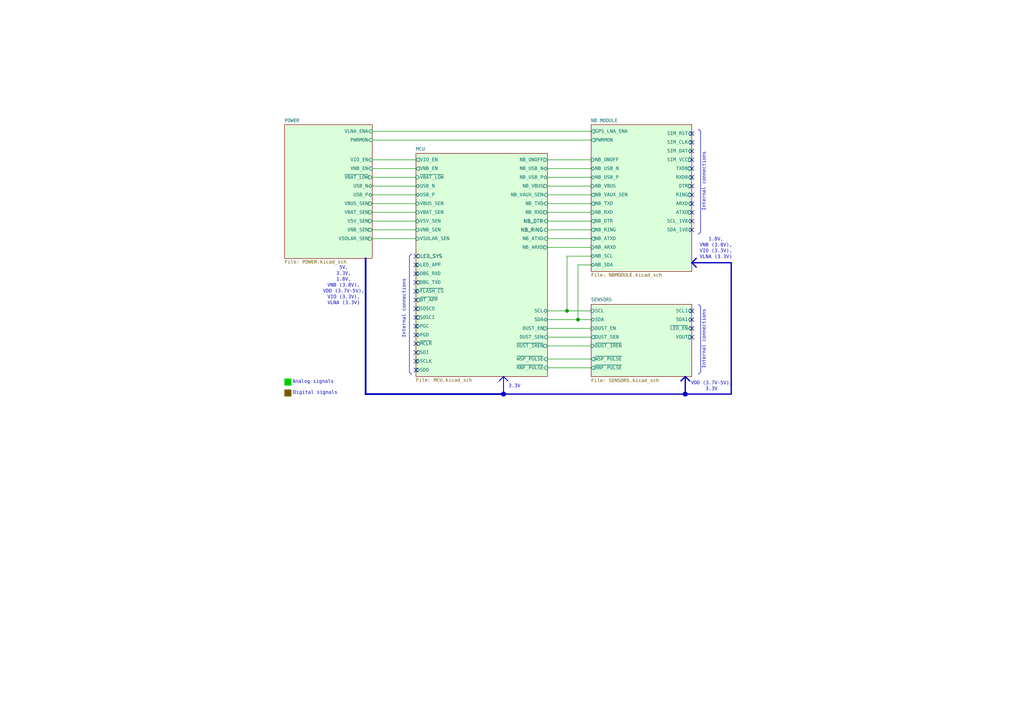
<source format=kicad_sch>
(kicad_sch
	(version 20231120)
	(generator "eeschema")
	(generator_version "8.0")
	(uuid "1dbde4b3-a3f3-4db1-8613-41244da68cdc")
	(paper "A4")
	(title_block
		(title "THIẾT KẾ TRẠM GIÁM SÁT THỜI TIẾT SỬ DỤNG CÔNG NGHỆ NB-IOT")
		(date "2024-06-22")
		(rev "0.1")
		(company "TRƯỜNG ĐH KHOA HỌC TỰ NHIÊN - ĐẠI HỌC QUỐC GIA TP. HCM")
		(comment 1 "MSSV: 20200346")
		(comment 2 "SV: LÊ HƯNG THỊNH")
		(comment 3 "KHOA ĐIỆN TỬ")
	)
	(lib_symbols)
	(junction
		(at 167.64 92.71)
		(diameter 0)
		(color 0 0 0 0)
		(uuid "33387174-c4ed-42ee-8db2-6f56e18365f5")
	)
	(junction
		(at 164.465 90.17)
		(diameter 0)
		(color 0 0 0 0)
		(uuid "519d31eb-784b-4896-b75a-08e477cdf827")
	)
	(no_connect
		(at 120.65 81.915)
		(uuid "062fcfb9-79e8-4d88-9fa5-ad45c308c474")
	)
	(no_connect
		(at 200.66 90.17)
		(uuid "088f9468-739b-4da6-be18-6ceed1c6cc84")
	)
	(no_connect
		(at 120.65 76.835)
		(uuid "0a6b88eb-d82f-4129-867a-df45513936f0")
	)
	(no_connect
		(at 200.66 46.355)
		(uuid "12bac157-51c0-410f-b9b4-8ac5e70169e1")
	)
	(no_connect
		(at 120.65 97.155)
		(uuid "25c658a9-c90d-433f-8989-f4ab9d1fc615")
	)
	(no_connect
		(at 120.65 92.075)
		(uuid "2dca9ceb-44d8-46ee-8a7a-752094284f1f")
	)
	(no_connect
		(at 200.66 97.79)
		(uuid "324d5992-7989-4c15-979f-a851557ba1fb")
	)
	(no_connect
		(at 200.66 43.815)
		(uuid "3623783e-ebee-4f5d-b195-a37206e6302c")
	)
	(no_connect
		(at 120.65 74.295)
		(uuid "3b44ee0b-c3b5-458e-8c2e-51db5d3dd056")
	)
	(no_connect
		(at 120.65 104.775)
		(uuid "4234f4d5-e14a-4a20-b220-462df682a6c0")
	)
	(no_connect
		(at 200.66 61.595)
		(uuid "432eb312-db56-4d05-a215-88cd11f104b7")
	)
	(no_connect
		(at 200.66 66.675)
		(uuid "62550e32-7dc5-45e0-b97e-ab7e4417f20d")
	)
	(no_connect
		(at 200.66 92.71)
		(uuid "738d8481-1d38-49ba-a162-b69251e4091b")
	)
	(no_connect
		(at 200.66 48.895)
		(uuid "807b5427-db8e-4519-8a15-5c527ca5ee16")
	)
	(no_connect
		(at 120.65 84.455)
		(uuid "83287263-6e59-4d02-87a7-ae095124a6bd")
	)
	(no_connect
		(at 120.65 79.375)
		(uuid "92f553ce-be89-412e-a2ac-8bf812d67043")
	)
	(no_connect
		(at 200.66 95.25)
		(uuid "9326120a-41e4-4542-b0a7-16719e3b61fe")
	)
	(no_connect
		(at 200.66 56.515)
		(uuid "a1d86fec-7fe7-406a-9cee-c3ffd0391a17")
	)
	(no_connect
		(at 200.66 51.435)
		(uuid "a41afdea-430a-4a3a-b923-5412cc6aaa98")
	)
	(no_connect
		(at 120.65 107.315)
		(uuid "b0aa83ac-e43d-4fed-b643-52e77014811d")
	)
	(no_connect
		(at 200.66 64.135)
		(uuid "c2badf2b-de65-4e9a-8f67-0d85f2b86821")
	)
	(no_connect
		(at 120.65 102.235)
		(uuid "c8fa7e9b-abb7-45e2-a85a-e2d08d9bb4a7")
	)
	(no_connect
		(at 120.65 86.995)
		(uuid "d30f13ee-a77b-47e4-a716-36d76e2c3b50")
	)
	(no_connect
		(at 120.65 99.695)
		(uuid "d78d5cf0-9d89-4abd-abb8-0d61bcbe78d6")
	)
	(no_connect
		(at 200.66 59.055)
		(uuid "d8b9a70b-45ae-4b0c-94ea-d6214f32e29e")
	)
	(no_connect
		(at 200.66 41.275)
		(uuid "db58da22-575e-45b3-9e8a-11dbcccae03a")
	)
	(no_connect
		(at 200.66 53.975)
		(uuid "dd067688-3c94-40cc-8a3e-a5ff32b02ec4")
	)
	(no_connect
		(at 120.65 89.535)
		(uuid "e03d4b27-f4d6-4112-8816-4a9b11760571")
	)
	(no_connect
		(at 120.65 94.615)
		(uuid "e9ba48fc-2d12-447b-8703-385502a94bd5")
	)
	(no_connect
		(at 200.66 38.735)
		(uuid "f541774a-9443-4070-bb17-e89d7340cda2")
	)
	(wire
		(pts
			(xy 164.465 90.17) (xy 171.45 90.17)
		)
		(stroke
			(width 0)
			(type default)
		)
		(uuid "0310cc3b-b014-492c-9f0d-2a3c5dbb2cc0")
	)
	(polyline
		(pts
			(xy 203.2 88.9) (xy 203.2 107.95)
		)
		(stroke
			(width 0)
			(type default)
		)
		(uuid "07d34317-c02a-438c-b6a0-52cf8ed80b02")
	)
	(wire
		(pts
			(xy 158.75 104.14) (xy 171.45 104.14)
		)
		(stroke
			(width 0)
			(type default)
		)
		(uuid "0ad8c395-f35b-4e3c-a1d6-5f6922f0dcf9")
	)
	(wire
		(pts
			(xy 158.75 56.515) (xy 171.45 56.515)
		)
		(stroke
			(width 0)
			(type default)
		)
		(uuid "0d50b26a-8119-468c-8197-6fec06373f85")
	)
	(wire
		(pts
			(xy 107.95 53.975) (xy 120.65 53.975)
		)
		(stroke
			(width 0)
			(type default)
		)
		(uuid "103e3543-8cae-45e5-87ba-40fd093145c5")
	)
	(wire
		(pts
			(xy 158.75 97.79) (xy 171.45 97.79)
		)
		(stroke
			(width 0)
			(type default)
		)
		(uuid "19811424-066f-485e-bca1-b658b6f38476")
	)
	(polyline
		(pts
			(xy 146.05 109.22) (xy 147.32 110.49)
		)
		(stroke
			(width 0.254)
			(type default)
		)
		(uuid "2037e504-d315-4aa5-8600-8b898bf2b60a")
	)
	(wire
		(pts
			(xy 158.75 90.17) (xy 164.465 90.17)
		)
		(stroke
			(width 0)
			(type default)
		)
		(uuid "20cdfeef-f725-4187-938b-73ae8872d18a")
	)
	(wire
		(pts
			(xy 107.95 40.64) (xy 171.45 40.64)
		)
		(stroke
			(width 0)
			(type default)
		)
		(uuid "220d211b-8a57-485c-be3d-5dfd84fe50f9")
	)
	(wire
		(pts
			(xy 107.95 46.355) (xy 120.65 46.355)
		)
		(stroke
			(width 0)
			(type default)
		)
		(uuid "266f811f-6ec6-419e-a86b-94cc81163988")
	)
	(wire
		(pts
			(xy 107.95 59.055) (xy 120.65 59.055)
		)
		(stroke
			(width 0)
			(type default)
		)
		(uuid "2ab48e59-c94a-4458-a93e-9bfe1f7f0684")
	)
	(wire
		(pts
			(xy 167.64 76.835) (xy 167.64 92.71)
		)
		(stroke
			(width 0)
			(type default)
		)
		(uuid "2d98af45-0555-4e78-8be5-d46b39d58adf")
	)
	(wire
		(pts
			(xy 158.75 51.435) (xy 171.45 51.435)
		)
		(stroke
			(width 0)
			(type default)
		)
		(uuid "2dcaddab-3eff-4597-b741-1838633f43cb")
	)
	(polyline
		(pts
			(xy 119.38 73.66) (xy 118.745 74.295)
		)
		(stroke
			(width 0)
			(type default)
		)
		(uuid "3207dd72-9b66-4aab-a18b-cb242312087d")
	)
	(wire
		(pts
			(xy 164.465 74.295) (xy 164.465 90.17)
		)
		(stroke
			(width 0)
			(type default)
		)
		(uuid "36570903-f765-4759-b571-e591d38eebd4")
	)
	(wire
		(pts
			(xy 158.75 46.355) (xy 171.45 46.355)
		)
		(stroke
			(width 0)
			(type default)
		)
		(uuid "372ecbe0-53d5-4cca-9137-82f23de85e84")
	)
	(polyline
		(pts
			(xy 202.565 67.945) (xy 203.2 67.31)
		)
		(stroke
			(width 0)
			(type default)
		)
		(uuid "3c466834-49ea-48ed-a8a9-7691ca0e12f6")
	)
	(polyline
		(pts
			(xy 202.565 37.465) (xy 203.2 38.1)
		)
		(stroke
			(width 0)
			(type default)
		)
		(uuid "3dfe2a9d-d683-41be-8eb5-00d6140d0064")
	)
	(polyline
		(pts
			(xy 202.565 108.585) (xy 203.2 107.95)
		)
		(stroke
			(width 0)
			(type default)
		)
		(uuid "403f7d7c-bd92-4219-a5ed-2cc428bb8a32")
	)
	(wire
		(pts
			(xy 158.75 61.595) (xy 171.45 61.595)
		)
		(stroke
			(width 0)
			(type default)
		)
		(uuid "46954ff4-ce4f-4ac3-bdea-d1ec687ab2a0")
	)
	(wire
		(pts
			(xy 171.45 74.295) (xy 164.465 74.295)
		)
		(stroke
			(width 0)
			(type default)
		)
		(uuid "504df737-9b4f-467f-b8bf-649742a1013c")
	)
	(wire
		(pts
			(xy 158.75 66.675) (xy 171.45 66.675)
		)
		(stroke
			(width 0)
			(type default)
		)
		(uuid "5e8a4ee1-edbe-47ea-80cd-2c2fde968fb8")
	)
	(wire
		(pts
			(xy 107.95 66.675) (xy 120.65 66.675)
		)
		(stroke
			(width 0)
			(type default)
		)
		(uuid "662705f4-da07-4c47-95a7-e6af41999834")
	)
	(wire
		(pts
			(xy 107.95 51.435) (xy 120.65 51.435)
		)
		(stroke
			(width 0)
			(type default)
		)
		(uuid "6f62ef75-f204-4195-b277-24e5b4817dbb")
	)
	(polyline
		(pts
			(xy 146.05 109.22) (xy 146.05 114.3)
		)
		(stroke
			(width 0.254)
			(type default)
		)
		(uuid "73a5b0ac-834d-47a9-a4f8-0f71485ce782")
	)
	(polyline
		(pts
			(xy 212.09 114.3) (xy 212.09 76.2)
		)
		(stroke
			(width 0.381)
			(type default)
		)
		(uuid "75f0721b-0852-4b3a-b4d6-c97a0f12a05e")
	)
	(wire
		(pts
			(xy 107.95 64.135) (xy 120.65 64.135)
		)
		(stroke
			(width 0)
			(type default)
		)
		(uuid "7d762dc7-43a0-45cb-bc90-ee32adb83835")
	)
	(polyline
		(pts
			(xy 106.045 74.93) (xy 106.045 114.3)
		)
		(stroke
			(width 0.508)
			(type default)
		)
		(uuid "7fc4abb5-2665-4636-b7b2-988a0c9e12a0")
	)
	(wire
		(pts
			(xy 158.75 64.135) (xy 171.45 64.135)
		)
		(stroke
			(width 0)
			(type default)
		)
		(uuid "818cd543-ee15-4185-9a1b-a93323b50a8d")
	)
	(wire
		(pts
			(xy 158.75 69.215) (xy 171.45 69.215)
		)
		(stroke
			(width 0)
			(type default)
		)
		(uuid "8a6c7fb6-bfda-4879-b32b-f03b616951fb")
	)
	(wire
		(pts
			(xy 158.75 53.975) (xy 171.45 53.975)
		)
		(stroke
			(width 0)
			(type default)
		)
		(uuid "8c8b13db-d81a-4059-b9df-abdd3adb9de1")
	)
	(polyline
		(pts
			(xy 200.025 110.49) (xy 198.755 109.22)
		)
		(stroke
			(width 0.381)
			(type default)
		)
		(uuid "91134c0a-50de-4c48-9c4c-383884d60b05")
	)
	(polyline
		(pts
			(xy 118.745 74.295) (xy 118.745 107.95)
		)
		(stroke
			(width 0)
			(type default)
		)
		(uuid "93aebcaa-dad9-460b-9d8b-da56b41842b5")
	)
	(polyline
		(pts
			(xy 144.78 110.49) (xy 146.05 109.22)
		)
		(stroke
			(width 0.254)
			(type default)
		)
		(uuid "9c504019-73ea-4a8a-99b9-594516f2c168")
	)
	(wire
		(pts
			(xy 107.95 61.595) (xy 120.65 61.595)
		)
		(stroke
			(width 0)
			(type default)
		)
		(uuid "9fdf79c6-bdb3-4dc8-be7b-b67cebd571fd")
	)
	(wire
		(pts
			(xy 107.95 69.215) (xy 120.65 69.215)
		)
		(stroke
			(width 0)
			(type default)
		)
		(uuid "a84903b8-85ef-4546-bb63-a77768c68d61")
	)
	(polyline
		(pts
			(xy 198.755 109.22) (xy 198.755 114.3)
		)
		(stroke
			(width 0.381)
			(type default)
		)
		(uuid "a85eb380-15c5-4e30-ba7c-4d264b874ab3")
	)
	(wire
		(pts
			(xy 171.45 76.835) (xy 167.64 76.835)
		)
		(stroke
			(width 0)
			(type default)
		)
		(uuid "a97ce6b1-ec25-41cc-8517-9ad7e21db9ec")
	)
	(wire
		(pts
			(xy 107.95 56.515) (xy 120.65 56.515)
		)
		(stroke
			(width 0)
			(type default)
		)
		(uuid "ae5b08a4-485f-45a2-a75d-c10e5088ebbd")
	)
	(wire
		(pts
			(xy 158.75 48.895) (xy 171.45 48.895)
		)
		(stroke
			(width 0)
			(type default)
		)
		(uuid "b00d1e08-c591-4579-8d1d-141a18ff35bb")
	)
	(polyline
		(pts
			(xy 202.565 88.265) (xy 203.2 88.9)
		)
		(stroke
			(width 0)
			(type default)
		)
		(uuid "b914627a-8496-4d9e-b9bf-92bfc28e635e")
	)
	(polyline
		(pts
			(xy 118.745 107.95) (xy 119.38 108.585)
		)
		(stroke
			(width 0)
			(type default)
		)
		(uuid "bb1ba5cb-f8cc-4fa7-9d51-2a6e4f4d4f72")
	)
	(polyline
		(pts
			(xy 146.05 114.3) (xy 198.755 114.3)
		)
		(stroke
			(width 0.381)
			(type default)
		)
		(uuid "bb238753-8b35-4934-88c1-1c2a99ae2617")
	)
	(wire
		(pts
			(xy 167.64 92.71) (xy 171.45 92.71)
		)
		(stroke
			(width 0)
			(type default)
		)
		(uuid "bdc1732c-fc4b-494f-b5ce-2b8d6ed4faaf")
	)
	(polyline
		(pts
			(xy 198.755 109.22) (xy 197.485 110.49)
		)
		(stroke
			(width 0.381)
			(type default)
		)
		(uuid "bfcdb646-d48b-4c7c-9cb9-6cf380208a35")
	)
	(wire
		(pts
			(xy 158.75 59.055) (xy 171.45 59.055)
		)
		(stroke
			(width 0)
			(type default)
		)
		(uuid "ce1fa086-46df-42d0-944c-8363bd2307f7")
	)
	(polyline
		(pts
			(xy 200.66 76.2) (xy 201.93 74.93)
		)
		(stroke
			(width 0.381)
			(type default)
		)
		(uuid "d23d1a68-eda3-443c-b0f6-593a24748c8a")
	)
	(wire
		(pts
			(xy 107.95 38.1) (xy 171.45 38.1)
		)
		(stroke
			(width 0)
			(type default)
		)
		(uuid "d25dfbbb-7567-4cdd-99d6-e085c4a79839")
	)
	(wire
		(pts
			(xy 158.75 100.33) (xy 171.45 100.33)
		)
		(stroke
			(width 0)
			(type default)
		)
		(uuid "d2fa4ce9-57fd-4863-81a0-201ccea3959e")
	)
	(polyline
		(pts
			(xy 106.045 114.3) (xy 146.05 114.3)
		)
		(stroke
			(width 0.508)
			(type default)
		)
		(uuid "d4b4a7b7-e016-4baa-9cff-7b1dd3fe90af")
	)
	(polyline
		(pts
			(xy 200.66 76.2) (xy 212.09 76.2)
		)
		(stroke
			(width 0.381)
			(type default)
		)
		(uuid "ddbc616f-f118-4278-9ea7-b08b16ab4d38")
	)
	(wire
		(pts
			(xy 158.75 92.71) (xy 167.64 92.71)
		)
		(stroke
			(width 0)
			(type default)
		)
		(uuid "e5b74d44-2c84-41d3-bec8-0bd6bbc727e0")
	)
	(wire
		(pts
			(xy 158.75 106.68) (xy 171.45 106.68)
		)
		(stroke
			(width 0)
			(type default)
		)
		(uuid "e737dadf-f6d7-4cbc-8b58-6ac58564e6ff")
	)
	(wire
		(pts
			(xy 158.75 95.25) (xy 171.45 95.25)
		)
		(stroke
			(width 0)
			(type default)
		)
		(uuid "e9e9f052-93cc-4ac8-b802-6b438c1cf78c")
	)
	(polyline
		(pts
			(xy 198.755 114.3) (xy 212.09 114.3)
		)
		(stroke
			(width 0.381)
			(type default)
		)
		(uuid "ea0418e7-2117-4d1d-8cf9-d66064a1c7f4")
	)
	(polyline
		(pts
			(xy 203.2 67.31) (xy 203.2 38.1)
		)
		(stroke
			(width 0)
			(type default)
		)
		(uuid "ecf356d1-5c78-4040-9019-d8bb84a381ec")
	)
	(polyline
		(pts
			(xy 200.66 76.2) (xy 201.93 77.47)
		)
		(stroke
			(width 0.381)
			(type default)
		)
		(uuid "f1ac7950-597a-4c5c-96ce-3051c26feadd")
	)
	(wire
		(pts
			(xy 158.75 71.755) (xy 171.45 71.755)
		)
		(stroke
			(width 0)
			(type default)
		)
		(uuid "f44a8184-bc90-4b3e-bb34-9cf123521ecb")
	)
	(wire
		(pts
			(xy 107.95 48.895) (xy 120.65 48.895)
		)
		(stroke
			(width 0)
			(type default)
		)
		(uuid "fcb6760f-bb14-4695-b2df-184ba813ce31")
	)
	(circle
		(center 198.755 114.3)
		(radius 0.635)
		(stroke
			(width 0)
			(type solid)
		)
		(fill
			(type color)
			(color 0 0 200 1)
		)
		(uuid 1e065a34-c375-4724-a147-ebceb91e7507)
	)
	(rectangle
		(start 82.55 109.855)
		(end 84.455 111.76)
		(stroke
			(width 0)
			(type default)
			(color 0 200 0 1)
		)
		(fill
			(type color)
			(color 0 200 0 1)
		)
		(uuid 66a0674c-47ff-4ee4-afb3-88f60104b888)
	)
	(rectangle
		(start 82.55 113.03)
		(end 84.455 114.935)
		(stroke
			(width 0)
			(type default)
			(color 114 86 0 1)
		)
		(fill
			(type color)
			(color 114 86 0 1)
		)
		(uuid e64f4ef0-bf5b-40e1-8697-7401de12a29f)
	)
	(circle
		(center 146.05 114.3)
		(radius 0.635)
		(stroke
			(width 0)
			(type solid)
		)
		(fill
			(type color)
			(color 0 0 200 1)
		)
		(uuid f8d41458-1a5d-4f97-a15d-4f97dd1e43dc)
	)
	(text "Internal connections"
		(exclude_from_sim no)
		(at 204.47 98.425 90)
		(effects
			(font
				(face "Consolas")
				(size 1.016 1.016)
			)
		)
		(uuid "09429476-db43-4c2a-910d-54373259dba9")
	)
	(text "Internal connections"
		(exclude_from_sim no)
		(at 117.475 89.535 90)
		(effects
			(font
				(face "Consolas")
				(size 1.016 1.016)
			)
		)
		(uuid "15f6fc88-5cbe-4951-8e40-7fe3430e59f4")
	)
	(text "Digital signals"
		(exclude_from_sim no)
		(at 91.44 114.3 0)
		(effects
			(font
				(face "Consolas")
				(size 1.016 1.016)
			)
		)
		(uuid "262b70b1-c608-4892-9fe6-0538b4f725db")
	)
	(text "Internal connections"
		(exclude_from_sim no)
		(at 204.47 52.705 90)
		(effects
			(font
				(face "Consolas")
				(size 1.016 1.016)
			)
		)
		(uuid "2dcdcaaa-88d1-4aea-acce-5bf8e6af49ef")
	)
	(text "3.3V\n"
		(exclude_from_sim no)
		(at 149.225 112.395 0)
		(effects
			(font
				(face "Consolas")
				(size 1.016 1.016)
			)
		)
		(uuid "3628d4bb-ef68-411f-9896-8c7aaa7d59a9")
	)
	(text "5V,\n3.3V,\n1.8V,\nVNB (3.8V),\nVDD (3.7V-5V),\nVIO (3.3V),\nVLNA (3.3V)"
		(exclude_from_sim no)
		(at 99.695 83.185 0)
		(effects
			(font
				(face "Consolas")
				(size 1.016 1.016)
			)
		)
		(uuid "71903686-e983-4d1a-802b-058fb1be1629")
	)
	(text "1.8V,\nVNB (3.8V),\nVIO (3.3V),\nVLNA (3.3V)"
		(exclude_from_sim no)
		(at 207.645 72.39 0)
		(effects
			(font
				(face "Consolas")
				(size 1.016 1.016)
			)
		)
		(uuid "ad90217f-4223-4c07-ace4-48a27b67471b")
	)
	(text "Analog signals"
		(exclude_from_sim no)
		(at 90.805 111.125 0)
		(effects
			(font
				(face "Consolas")
				(size 1.016 1.016)
			)
		)
		(uuid "af203895-f9fd-4afe-ba03-0c4133c7e811")
	)
	(text "VDD (3.7V-5V),\n3.3V"
		(exclude_from_sim no)
		(at 206.375 112.395 0)
		(effects
			(font
				(face "Consolas")
				(size 1.016 1.016)
			)
		)
		(uuid "b8e04930-5a1d-487d-bf29-64b5f69f4a20")
	)
	(sheet
		(at 82.55 36.195)
		(size 25.4 38.735)
		(fields_autoplaced yes)
		(stroke
			(width 0.1524)
			(type solid)
		)
		(fill
			(color 219 255 218 1.0000)
		)
		(uuid "37fed46e-66d2-45b8-b7c6-221d21bef91d")
		(property "Sheetname" "POWER"
			(at 82.55 35.6104 0)
			(effects
				(font
					(face "Consolas")
					(size 1.016 1.016)
				)
				(justify left bottom)
			)
		)
		(property "Sheetfile" "POWER.kicad_sch"
			(at 82.55 75.413 0)
			(effects
				(font
					(face "Consolas")
					(size 1.016 1.016)
				)
				(justify left top)
			)
		)
		(pin "~{VBAT_LOW}" output
			(at 107.95 51.435 0)
			(effects
				(font
					(face "Consolas")
					(size 1.016 1.016)
				)
				(justify right)
			)
			(uuid "facc07e8-1b62-4919-8971-6470366b8255")
		)
		(pin "VBAT_SEN" output
			(at 107.95 61.595 0)
			(effects
				(font
					(face "Consolas")
					(size 1.016 1.016)
				)
				(justify right)
			)
			(uuid "f822f7a1-31df-4196-9215-48d805ff16fe")
		)
		(pin "VNB_EN" input
			(at 107.95 48.895 0)
			(effects
				(font
					(face "Consolas")
					(size 1.016 1.016)
				)
				(justify right)
			)
			(uuid "eb645752-68b0-4f41-9050-636eca606275")
		)
		(pin "USB_N" bidirectional
			(at 107.95 53.975 0)
			(effects
				(font
					(face "Consolas")
					(size 1.016 1.016)
				)
				(justify right)
			)
			(uuid "4680a3c2-9253-4b7e-b0e7-09b60652f1e3")
		)
		(pin "USB_P" bidirectional
			(at 107.95 56.515 0)
			(effects
				(font
					(face "Consolas")
					(size 1.016 1.016)
				)
				(justify right)
			)
			(uuid "e36c0481-b3eb-405c-9d68-95c097b9bbc7")
		)
		(pin "VSOLAR_SEN" output
			(at 107.95 69.215 0)
			(effects
				(font
					(face "Consolas")
					(size 1.016 1.016)
				)
				(justify right)
			)
			(uuid "c124a64e-189c-415e-84ed-621a20dc0a6e")
		)
		(pin "VBUS_SEN" output
			(at 107.95 59.055 0)
			(effects
				(font
					(face "Consolas")
					(size 1.016 1.016)
				)
				(justify right)
			)
			(uuid "407a80f6-fbb3-486c-aa35-5b84e02507e1")
		)
		(pin "VNB_SEN" output
			(at 107.95 66.675 0)
			(effects
				(font
					(face "Consolas")
					(size 1.016 1.016)
				)
				(justify right)
			)
			(uuid "0c7b7b78-70a6-4e20-99a8-e51fb037cf7d")
		)
		(pin "V5V_SEN" output
			(at 107.95 64.135 0)
			(effects
				(font
					(face "Consolas")
					(size 1.016 1.016)
				)
				(justify right)
			)
			(uuid "fae8c849-c89c-44cb-84ca-be1ab8f8b6ff")
		)
		(pin "VIO_EN" input
			(at 107.95 46.355 0)
			(effects
				(font
					(face "Consolas")
					(size 1.016 1.016)
				)
				(justify right)
			)
			(uuid "cc616d98-f7df-4fd7-af97-b95209e3335b")
		)
		(pin "VLNA_ENA" input
			(at 107.95 38.1 0)
			(effects
				(font
					(face "Consolas")
					(size 1.016 1.016)
				)
				(justify right)
			)
			(uuid "f475effc-4c76-447e-984e-df20321b293e")
		)
		(pin "PWRMON" input
			(at 107.95 40.64 0)
			(effects
				(font
					(face "Consolas")
					(size 1.016 1.016)
				)
				(justify right)
			)
			(uuid "e13d7966-f81c-4b69-97d6-104c5b7fa78d")
		)
		(instances
			(project "WeatherStation"
				(path "/1dbde4b3-a3f3-4db1-8613-41244da68cdc"
					(page "2")
				)
			)
		)
	)
	(sheet
		(at 171.45 36.195)
		(size 29.21 42.545)
		(fields_autoplaced yes)
		(stroke
			(width 0.1524)
			(type solid)
		)
		(fill
			(color 219 255 218 1.0000)
		)
		(uuid "62d9edff-dabb-4f6f-b473-37925f91df33")
		(property "Sheetname" "NB MODULE"
			(at 171.45 35.6104 0)
			(effects
				(font
					(face "Consolas")
					(size 1.016 1.016)
				)
				(justify left bottom)
			)
		)
		(property "Sheetfile" "NBMODULE.kicad_sch"
			(at 171.45 79.223 0)
			(effects
				(font
					(face "Consolas")
					(size 1.016 1.016)
				)
				(justify left top)
			)
		)
		(pin "SIM_RST" input
			(at 200.66 38.735 0)
			(effects
				(font
					(face "Consolas")
					(size 1.016 1.016)
				)
				(justify right)
			)
			(uuid "5e3ecb16-d457-43bf-8b85-0407b69be20b")
		)
		(pin "SIM_CLK" input
			(at 200.66 41.275 0)
			(effects
				(font
					(face "Consolas")
					(size 1.016 1.016)
				)
				(justify right)
			)
			(uuid "d91d0cd6-be86-4980-9ea6-567ca58ac872")
		)
		(pin "SIM_DAT" bidirectional
			(at 200.66 43.815 0)
			(effects
				(font
					(face "Consolas")
					(size 1.016 1.016)
				)
				(justify right)
			)
			(uuid "7a322d3c-88b8-4895-aee2-e9bfabe6dca0")
		)
		(pin "SIM_VCC" output
			(at 200.66 46.355 0)
			(effects
				(font
					(face "Consolas")
					(size 1.016 1.016)
				)
				(justify right)
			)
			(uuid "d28c3c22-52a3-47c2-8c96-caad56bc1cd3")
		)
		(pin "NB_VBUS" input
			(at 171.45 53.975 180)
			(effects
				(font
					(face "Consolas")
					(size 1.016 1.016)
				)
				(justify left)
			)
			(uuid "ad0c87f2-c125-47a1-b7e6-7731371f9290")
		)
		(pin "TXD0" output
			(at 200.66 48.895 0)
			(effects
				(font
					(face "Consolas")
					(size 1.016 1.016)
				)
				(justify right)
			)
			(uuid "5b510add-4512-4795-a4f3-e5436c97607d")
		)
		(pin "RXD0" input
			(at 200.66 51.435 0)
			(effects
				(font
					(face "Consolas")
					(size 1.016 1.016)
				)
				(justify right)
			)
			(uuid "a39c59a9-e526-4104-845c-6074ff12b7df")
		)
		(pin "NB_USB_N" bidirectional
			(at 171.45 48.895 180)
			(effects
				(font
					(face "Consolas")
					(size 1.016 1.016)
				)
				(justify left)
			)
			(uuid "9051d9ec-0928-4567-ba02-335249e71933")
		)
		(pin "NB_USB_P" bidirectional
			(at 171.45 51.435 180)
			(effects
				(font
					(face "Consolas")
					(size 1.016 1.016)
				)
				(justify left)
			)
			(uuid "97888dee-4c15-410f-a78a-7efd6bf2a5e0")
		)
		(pin "GPS_LNA_ENA" output
			(at 171.45 38.1 180)
			(effects
				(font
					(face "Consolas")
					(size 1.016 1.016)
				)
				(justify left)
			)
			(uuid "ffa3c6b4-9d0f-4aa0-ae3b-f24bac4d34c9")
		)
		(pin "NB_VAUX_SEN" output
			(at 171.45 56.515 180)
			(effects
				(font
					(face "Consolas")
					(size 1.016 1.016)
				)
				(justify left)
			)
			(uuid "54b9be9b-806a-46a6-93d4-72d97e24b438")
		)
		(pin "NB_ONOFF" input
			(at 171.45 46.355 180)
			(effects
				(font
					(face "Consolas")
					(size 1.016 1.016)
				)
				(justify left)
			)
			(uuid "94d66c7d-b9f2-498c-96c8-ccecc809b66d")
		)
		(pin "ARXD" input
			(at 200.66 59.055 0)
			(effects
				(font
					(face "Consolas")
					(size 1.016 1.016)
				)
				(justify right)
			)
			(uuid "787bd8ba-4fb7-428e-b5ae-6792f4c13243")
		)
		(pin "ATXD" output
			(at 200.66 61.595 0)
			(effects
				(font
					(face "Consolas")
					(size 1.016 1.016)
				)
				(justify right)
			)
			(uuid "e211544f-4332-4e17-9ade-20697f6fcd59")
		)
		(pin "NB_TXD" output
			(at 171.45 59.055 180)
			(effects
				(font
					(face "Consolas")
					(size 1.016 1.016)
				)
				(justify left)
			)
			(uuid "31da91c2-3abf-426e-8b06-7c05747fb270")
		)
		(pin "NB_RXD" input
			(at 171.45 61.595 180)
			(effects
				(font
					(face "Consolas")
					(size 1.016 1.016)
				)
				(justify left)
			)
			(uuid "293c29aa-72dd-4835-923d-b40a56d5f7ff")
		)
		(pin "NB_ATXD" output
			(at 171.45 69.215 180)
			(effects
				(font
					(face "Consolas")
					(size 1.016 1.016)
				)
				(justify left)
			)
			(uuid "08ff1d74-8187-4fa4-9555-395770a052a9")
		)
		(pin "NB_ARXD" input
			(at 171.45 71.755 180)
			(effects
				(font
					(face "Consolas")
					(size 1.016 1.016)
				)
				(justify left)
			)
			(uuid "376c1273-7aec-40c2-9ee9-26ad1632c0e1")
		)
		(pin "SCL_1V8" bidirectional
			(at 200.66 64.135 0)
			(effects
				(font
					(face "Consolas")
					(size 1.016 1.016)
				)
				(justify right)
			)
			(uuid "a9d73e64-6933-47ab-88df-ceb649919962")
		)
		(pin "DTR" output
			(at 200.66 53.975 0)
			(effects
				(font
					(face "Consolas")
					(size 1.016 1.016)
				)
				(justify right)
			)
			(uuid "3fba2598-dee1-422f-a82c-b9530f4d5bea")
		)
		(pin "RING" output
			(at 200.66 56.515 0)
			(effects
				(font
					(face "Consolas")
					(size 1.016 1.016)
				)
				(justify right)
			)
			(uuid "2a19a4bd-3ccf-4fdb-96b2-546a0baa8115")
		)
		(pin "SDA_1V8" bidirectional
			(at 200.66 66.675 0)
			(effects
				(font
					(face "Consolas")
					(size 1.016 1.016)
				)
				(justify right)
			)
			(uuid "398d144c-0d49-4ed4-9b3f-8a9d08907c90")
		)
		(pin "PWRMON" output
			(at 171.45 40.64 180)
			(effects
				(font
					(face "Consolas")
					(size 1.016 1.016)
				)
				(justify left)
			)
			(uuid "5d9f33fd-4a1e-4bb6-baf6-c67a46670775")
		)
		(pin "NB_DTR" output
			(at 171.45 64.135 180)
			(effects
				(font
					(face "Consolas")
					(size 1.016 1.016)
				)
				(justify left)
			)
			(uuid "c1dda97e-695c-491a-afb0-1dd8a81c594f")
		)
		(pin "NB_SDA" bidirectional
			(at 171.45 76.835 180)
			(effects
				(font
					(face "Consolas")
					(size 1.016 1.016)
				)
				(justify left)
			)
			(uuid "e9ccd815-f190-4b42-9022-6181841ab2ed")
		)
		(pin "NB_SCL" bidirectional
			(at 171.45 74.295 180)
			(effects
				(font
					(face "Consolas")
					(size 1.016 1.016)
				)
				(justify left)
			)
			(uuid "cbf88aa6-6898-4e4e-b4aa-cbf3a17cf582")
		)
		(pin "NB_RING" output
			(at 171.45 66.675 180)
			(effects
				(font
					(face "Consolas")
					(size 1.016 1.016)
				)
				(justify left)
			)
			(uuid "8f5f4c73-ebd4-4e1a-a8b1-03662c9f36b7")
		)
		(instances
			(project "WeatherStation"
				(path "/1dbde4b3-a3f3-4db1-8613-41244da68cdc"
					(page "4")
				)
			)
		)
	)
	(sheet
		(at 171.45 88.265)
		(size 29.21 20.955)
		(fields_autoplaced yes)
		(stroke
			(width 0.1524)
			(type solid)
		)
		(fill
			(color 219 255 218 1.0000)
		)
		(uuid "65e81b62-30c9-4494-b232-17e5fa8f6f62")
		(property "Sheetname" "SENSORS"
			(at 171.45 87.5534 0)
			(effects
				(font
					(face "Consolas")
					(size 1.016 1.016)
				)
				(justify left bottom)
			)
		)
		(property "Sheetfile" "SENSORS.kicad_sch"
			(at 171.45 109.8046 0)
			(effects
				(font
					(face "Consolas")
					(size 1.016 1.016)
				)
				(justify left top)
			)
		)
		(pin "~{DUST_IREN}" input
			(at 171.45 100.33 180)
			(effects
				(font
					(face "Consolas")
					(size 1.016 1.016)
				)
				(justify left)
			)
			(uuid "da1a912e-312d-489f-a61c-9f821009a9bc")
		)
		(pin "DUST_SEN" output
			(at 171.45 97.79 180)
			(effects
				(font
					(face "Consolas")
					(size 1.016 1.016)
				)
				(justify left)
			)
			(uuid "5216d315-b0b9-4b77-b181-4a61d408353a")
		)
		(pin "SCL" input
			(at 171.45 90.17 180)
			(effects
				(font
					(face "Consolas")
					(size 1.016 1.016)
				)
				(justify left)
			)
			(uuid "282df47a-81a7-4776-9a9d-bc1d3b052e9c")
		)
		(pin "SDA" bidirectional
			(at 171.45 92.71 180)
			(effects
				(font
					(face "Consolas")
					(size 1.016 1.016)
				)
				(justify left)
			)
			(uuid "a4cf5f46-ef5a-43ac-b864-3bde4c41df9c")
		)
		(pin "DUST_EN" input
			(at 171.45 95.25 180)
			(effects
				(font
					(face "Consolas")
					(size 1.016 1.016)
				)
				(justify left)
			)
			(uuid "cff0565a-e33d-4b7c-b725-b8a348393a5a")
		)
		(pin "SDA1" bidirectional
			(at 200.66 92.71 0)
			(effects
				(font
					(face "Consolas")
					(size 1.016 1.016)
				)
				(justify right)
			)
			(uuid "8dc45d74-a7a2-4a08-af06-cd7d5d5be78a")
		)
		(pin "SCL1" input
			(at 200.66 90.17 0)
			(effects
				(font
					(face "Consolas")
					(size 1.016 1.016)
				)
				(justify right)
			)
			(uuid "e6d7b8aa-386d-4a66-bd23-36e231b34978")
		)
		(pin "VOUT" output
			(at 200.66 97.79 0)
			(effects
				(font
					(face "Consolas")
					(size 1.016 1.016)
				)
				(justify right)
			)
			(uuid "647d2257-ddf4-4dd9-a758-38814f578f82")
		)
		(pin "~{LED_EN}" input
			(at 200.66 95.25 0)
			(effects
				(font
					(face "Consolas")
					(size 1.016 1.016)
				)
				(justify right)
			)
			(uuid "ce9aa80d-2250-45b2-9e9c-9a66f459d6b2")
		)
		(pin "~{RNF_PULSE}" output
			(at 171.45 106.68 180)
			(effects
				(font
					(face "Consolas")
					(size 1.016 1.016)
				)
				(justify left)
			)
			(uuid "ae0d2610-7845-44c4-be0f-676cf784622e")
		)
		(pin "~{WSP_PULSE}" output
			(at 171.45 104.14 180)
			(effects
				(font
					(face "Consolas")
					(size 1.016 1.016)
				)
				(justify left)
			)
			(uuid "be9781b7-9966-4221-8ba5-f10162060a33")
		)
		(instances
			(project "WeatherStation"
				(path "/1dbde4b3-a3f3-4db1-8613-41244da68cdc"
					(page "5")
				)
			)
		)
	)
	(sheet
		(at 120.65 44.45)
		(size 38.1 64.77)
		(fields_autoplaced yes)
		(stroke
			(width 0.1524)
			(type solid)
		)
		(fill
			(color 219 255 218 1.0000)
		)
		(uuid "c1b57228-8a74-47e2-83ea-5794be8cbd31")
		(property "Sheetname" "MCU"
			(at 120.65 43.8654 0)
			(effects
				(font
					(face "Consolas")
					(size 1.016 1.016)
				)
				(justify left bottom)
			)
		)
		(property "Sheetfile" "MCU.kicad_sch"
			(at 120.65 109.703 0)
			(effects
				(font
					(face "Consolas")
					(size 1.016 1.016)
				)
				(justify left top)
			)
		)
		(pin "SCL" bidirectional
			(at 158.75 90.17 0)
			(effects
				(font
					(face "Consolas")
					(size 1.016 1.016)
				)
				(justify right)
			)
			(uuid "226edaa5-0a30-484e-b05d-493c4ebac755")
		)
		(pin "SDA" bidirectional
			(at 158.75 92.71 0)
			(effects
				(font
					(face "Consolas")
					(size 1.016 1.016)
				)
				(justify right)
			)
			(uuid "05472dab-31eb-4e0b-8a64-47f7a028d817")
		)
		(pin "DBG_RXD" input
			(at 120.65 79.375 180)
			(effects
				(font
					(face "Consolas")
					(size 1.016 1.016)
				)
				(justify left)
			)
			(uuid "5e2d5b36-5e5c-48cd-a72e-6ec07fa7fed9")
		)
		(pin "DBG_TXD" output
			(at 120.65 81.915 180)
			(effects
				(font
					(face "Consolas")
					(size 1.016 1.016)
				)
				(justify left)
			)
			(uuid "2d87b247-dcac-40bc-acd8-0278bb120415")
		)
		(pin "PGC" input
			(at 120.65 94.615 180)
			(effects
				(font
					(face "Consolas")
					(size 1.016 1.016)
				)
				(justify left)
			)
			(uuid "a12ad444-9946-44f9-9709-5ef3f1ff16ce")
		)
		(pin "DUST_EN" output
			(at 158.75 95.25 0)
			(effects
				(font
					(face "Consolas")
					(size 1.016 1.016)
				)
				(justify right)
			)
			(uuid "4bd43996-8f41-4524-87de-dee0aa8fe68a")
		)
		(pin "PGD" bidirectional
			(at 120.65 97.155 180)
			(effects
				(font
					(face "Consolas")
					(size 1.016 1.016)
				)
				(justify left)
			)
			(uuid "9abc7c5f-2074-4467-af6c-0c553cfe29b5")
		)
		(pin "SDO" input
			(at 120.65 107.315 180)
			(effects
				(font
					(face "Consolas")
					(size 1.016 1.016)
				)
				(justify left)
			)
			(uuid "81586df5-cba9-4baf-b43d-05f06985b31c")
		)
		(pin "SCLK" input
			(at 120.65 104.775 180)
			(effects
				(font
					(face "Consolas")
					(size 1.016 1.016)
				)
				(justify left)
			)
			(uuid "6f2f448e-385e-4299-aae2-15b7b3fae58b")
		)
		(pin "SDI" output
			(at 120.65 102.235 180)
			(effects
				(font
					(face "Consolas")
					(size 1.016 1.016)
				)
				(justify left)
			)
			(uuid "a86bcc76-2687-4ab2-aabb-6b98e3f04f58")
		)
		(pin "SOSCI" passive
			(at 120.65 92.075 180)
			(effects
				(font
					(face "Consolas")
					(size 1.016 1.016)
				)
				(justify left)
			)
			(uuid "93a7f7ef-421a-4a78-aac2-2d4981ad461e")
		)
		(pin "USB_N" bidirectional
			(at 120.65 53.975 180)
			(effects
				(font
					(face "Consolas")
					(size 1.016 1.016)
				)
				(justify left)
			)
			(uuid "6858baa8-6597-4f03-a275-8967ee5c5c29")
		)
		(pin "~{MCLR}" output
			(at 120.65 99.695 180)
			(effects
				(font
					(face "Consolas")
					(size 1.016 1.016)
				)
				(justify left)
			)
			(uuid "30e43603-87a9-4afe-8bc7-36c7df6436f7")
		)
		(pin "~{BT_APP}" output
			(at 120.65 86.995 180)
			(effects
				(font
					(face "Consolas")
					(size 1.016 1.016)
				)
				(justify left)
			)
			(uuid "71498358-8e2d-4b11-a352-16b4e4469aa2")
		)
		(pin "SOSCO" passive
			(at 120.65 89.535 180)
			(effects
				(font
					(face "Consolas")
					(size 1.016 1.016)
				)
				(justify left)
			)
			(uuid "e9d3a06c-4a5b-43d0-a11d-6ca9de74ea12")
		)
		(pin "~{FLASH_CS}" input
			(at 120.65 84.455 180)
			(effects
				(font
					(face "Consolas")
					(size 1.016 1.016)
				)
				(justify left)
			)
			(uuid "20cc445a-037f-4d61-b1e5-9be56c54ae44")
		)
		(pin "DUST_SEN" input
			(at 158.75 97.79 0)
			(effects
				(font
					(face "Consolas")
					(size 1.016 1.016)
				)
				(justify right)
			)
			(uuid "aa281473-a698-4dea-9dd1-8f3a9e9ea05e")
		)
		(pin "~{RNF_PULSE}" input
			(at 158.75 106.68 0)
			(effects
				(font
					(face "Consolas")
					(size 1.016 1.016)
				)
				(justify right)
			)
			(uuid "334aa9a3-315c-48e3-a653-620158908e1c")
		)
		(pin "~{WSP_PULSE}" input
			(at 158.75 104.14 0)
			(effects
				(font
					(face "Consolas")
					(size 1.016 1.016)
				)
				(justify right)
			)
			(uuid "586dd3eb-f216-4288-b8eb-e44acaf7e25d")
		)
		(pin "~{DUST_IREN}" output
			(at 158.75 100.33 0)
			(effects
				(font
					(face "Consolas")
					(size 1.016 1.016)
				)
				(justify right)
			)
			(uuid "d55b96f1-07ea-4919-ae4d-4aadce4fe50d")
		)
		(pin "V5V_SEN" input
			(at 120.65 64.135 180)
			(effects
				(font
					(face "Consolas")
					(size 1.016 1.016)
				)
				(justify left)
			)
			(uuid "bce1014e-66aa-4f26-b5de-a9414646c7ae")
		)
		(pin "USB_P" bidirectional
			(at 120.65 56.515 180)
			(effects
				(font
					(face "Consolas")
					(size 1.016 1.016)
				)
				(justify left)
			)
			(uuid "b73f762d-4df1-4fbe-83e0-9dab13a8cedb")
		)
		(pin "VSOLAR_SEN" input
			(at 120.65 69.215 180)
			(effects
				(font
					(face "Consolas")
					(size 1.016 1.016)
				)
				(justify left)
			)
			(uuid "0353ae7e-d14a-493d-ab20-306ea7d37064")
		)
		(pin "VBUS_SEN" input
			(at 120.65 59.055 180)
			(effects
				(font
					(face "Consolas")
					(size 1.016 1.016)
				)
				(justify left)
			)
			(uuid "54c20865-fc20-439f-aba5-c160c10f5366")
		)
		(pin "VBAT_SEN" input
			(at 120.65 61.595 180)
			(effects
				(font
					(face "Consolas")
					(size 1.016 1.016)
				)
				(justify left)
			)
			(uuid "f489912a-6b92-400e-86b9-cabd5d939185")
		)
		(pin "VNB_SEN" input
			(at 120.65 66.675 180)
			(effects
				(font
					(face "Consolas")
					(size 1.016 1.016)
				)
				(justify left)
			)
			(uuid "b1e76219-22d6-4417-ab3f-139172c5d75f")
		)
		(pin "VNB_EN" output
			(at 120.65 48.895 180)
			(effects
				(font
					(face "Consolas")
					(size 1.016 1.016)
				)
				(justify left)
			)
			(uuid "ee4d3e43-a5e3-4f27-acf3-9a7e87b47c83")
		)
		(pin "~{VBAT_LOW}" input
			(at 120.65 51.435 180)
			(effects
				(font
					(face "Consolas")
					(size 1.016 1.016)
				)
				(justify left)
			)
			(uuid "f34c2d8d-450d-4e67-a277-65db221b4f96")
		)
		(pin "NB_ONOFF" output
			(at 158.75 46.355 0)
			(effects
				(font
					(face "Consolas")
					(size 1.016 1.016)
				)
				(justify right)
			)
			(uuid "29e1cf28-cf30-4304-973a-5964924ab050")
		)
		(pin "NB_RXD" output
			(at 158.75 61.595 0)
			(effects
				(font
					(face "Consolas")
					(size 1.016 1.016)
				)
				(justify right)
			)
			(uuid "f31107ce-0a80-4ba7-a599-93f0fc9ff100")
		)
		(pin "NB_TXD" input
			(at 158.75 59.055 0)
			(effects
				(font
					(face "Consolas")
					(size 1.016 1.016)
				)
				(justify right)
			)
			(uuid "0c32317a-f910-4a7d-afa3-3ec64a533517")
		)
		(pin "NB_VAUX_SEN" input
			(at 158.75 56.515 0)
			(effects
				(font
					(face "Consolas")
					(size 1.016 1.016)
				)
				(justify right)
			)
			(uuid "8356eeeb-9af9-4431-bdf4-f8b83b1d1fb4")
		)
		(pin "NB_USB_P" bidirectional
			(at 158.75 51.435 0)
			(effects
				(font
					(face "Consolas")
					(size 1.016 1.016)
				)
				(justify right)
			)
			(uuid "320a6595-e098-409f-83cd-573b314874f2")
		)
		(pin "NB_USB_N" bidirectional
			(at 158.75 48.895 0)
			(effects
				(font
					(face "Consolas")
					(size 1.016 1.016)
				)
				(justify right)
			)
			(uuid "f6d87cf3-b3d5-4e7a-9763-5f429f72a6f0")
		)
		(pin "NB_VBUS" output
			(at 158.75 53.975 0)
			(effects
				(font
					(face "Consolas")
					(size 1.016 1.016)
				)
				(justify right)
			)
			(uuid "8d7ca312-6985-4d7c-9ef9-b55d5b49ff21")
		)
		(pin "LED_APP" input
			(at 120.65 76.835 180)
			(effects
				(font
					(face "Consolas")
					(size 1.016 1.016)
				)
				(justify left)
			)
			(uuid "9929ea8a-4629-4209-9a25-4aef8f2f11cb")
		)
		(pin "NB_ATXD" input
			(at 158.75 69.215 0)
			(effects
				(font
					(face "Consolas")
					(size 1.016 1.016)
				)
				(justify right)
			)
			(uuid "f8e10e40-79f9-4c53-838b-70710191cec9")
		)
		(pin "NB_ARXD" output
			(at 158.75 71.755 0)
			(effects
				(font
					(face "Consolas")
					(size 1.016 1.016)
				)
				(justify right)
			)
			(uuid "c834684c-fc96-458d-857b-ade4527af6f7")
		)
		(pin "VIO_EN" output
			(at 120.65 46.355 180)
			(effects
				(font
					(face "Consolas")
					(size 1.016 1.016)
				)
				(justify left)
			)
			(uuid "0d4cd41d-f9ef-45ca-bbfc-d5024b95ce7e")
		)
		(pin "NB_RING" input
			(at 158.75 66.675 0)
			(effects
				(font
					(size 1.016 1.016)
				)
				(justify right)
			)
			(uuid "80840d8b-40d0-4450-bd8c-db52506bc7d6")
		)
		(pin "NB_DTR" input
			(at 158.75 64.135 0)
			(effects
				(font
					(size 1.016 1.016)
				)
				(justify right)
			)
			(uuid "d10bd316-29e0-4dab-8cae-af1d2c4b8c8d")
		)
		(pin "LED_SYS" output
			(at 120.65 74.295 180)
			(effects
				(font
					(size 1.016 1.016)
				)
				(justify left)
			)
			(uuid "2774c007-b285-4109-bae8-f57698afdffc")
		)
		(instances
			(project "WeatherStation"
				(path "/1dbde4b3-a3f3-4db1-8613-41244da68cdc"
					(page "3")
				)
			)
		)
	)
	(sheet_instances
		(path "/"
			(page "1")
		)
	)
)

</source>
